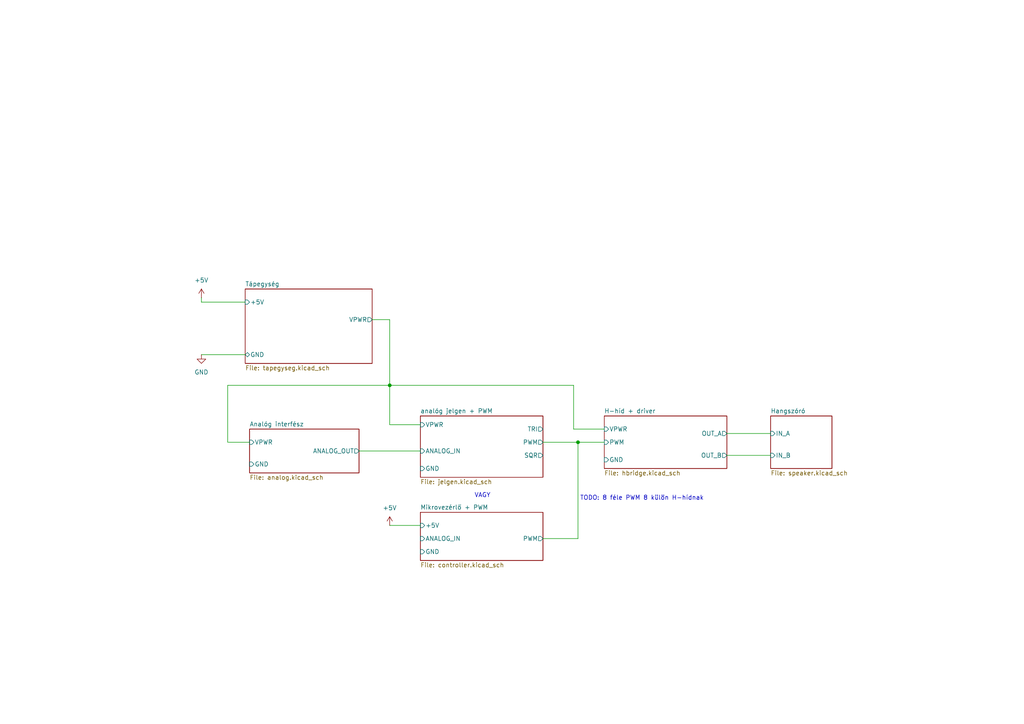
<source format=kicad_sch>
(kicad_sch (version 20250114) (generator "eeschema") (generator_version "9.0")
  (paper "A4")
  (lib_symbols
    (symbol "power:+5V" (power) (pin_numbers (hide yes)) (pin_names (offset 0) (hide yes))
      (property "Value" "+5V" (at 0 3.556 0))
      (symbol "+5V_0_1"
        (polyline (pts (xy -0.762 1.27) (xy 0 2.54)))
        (polyline (pts (xy 0 2.54) (xy 0.762 1.27)))
        (polyline (pts (xy 0 0) (xy 0 2.54)))
      )
      (symbol "+5V_1_1"
        (pin power_in line (at 0 0 90) (length 0) (name "~") (number "1"))
      )
    )
    (symbol "power:GND" (power) (pin_numbers (hide yes)) (pin_names (offset 0) (hide yes))
      (property "Value" "GND" (at 0 -3.81 0))
      (symbol "GND_0_1"
        (polyline (pts (xy 0 0) (xy 0 -1.27) (xy 1.27 -1.27) (xy 0 -2.54) (xy -1.27 -1.27) (xy 0 -1.27)))
      )
      (symbol "GND_1_1"
        (pin power_in line (at 0 0 270) (length 0) (name "~") (number "1"))
      )
    )
  )
  (text "VAGY" (at 139.954 143.764 0) (effects (font (size 1.27 1.27))))
  (text "TODO: 8 féle PWM 8 külön H-hídnak" (at 186.182 144.526 0) (effects (font (size 1.27 1.27))))
  (junction (at 113.03 111.76))
  (junction (at 167.64 128.27))
  (wire (pts (xy 66.04 128.27) (xy 72.39 128.27)))
  (wire (pts (xy 66.04 111.76) (xy 66.04 128.27)))
  (wire (pts (xy 210.82 125.73) (xy 223.52 125.73)))
  (wire (pts (xy 167.64 156.21) (xy 167.64 128.27)))
  (wire (pts (xy 166.37 111.76) (xy 166.37 124.46)))
  (wire (pts (xy 58.42 87.63) (xy 58.42 86.36)))
  (wire (pts (xy 157.48 128.27) (xy 167.64 128.27)))
  (wire (pts (xy 167.64 128.27) (xy 175.26 128.27)))
  (wire (pts (xy 157.48 156.21) (xy 167.64 156.21)))
  (wire (pts (xy 113.03 111.76) (xy 66.04 111.76)))
  (wire (pts (xy 113.03 152.4) (xy 121.92 152.4)))
  (wire (pts (xy 113.03 123.19) (xy 121.92 123.19)))
  (wire (pts (xy 71.12 87.63) (xy 58.42 87.63)))
  (wire (pts (xy 113.03 111.76) (xy 166.37 111.76)))
  (wire (pts (xy 113.03 92.71) (xy 113.03 111.76)))
  (wire (pts (xy 107.95 92.71) (xy 113.03 92.71)))
  (wire (pts (xy 113.03 111.76) (xy 113.03 123.19)))
  (wire (pts (xy 166.37 124.46) (xy 175.26 124.46)))
  (wire (pts (xy 210.82 132.08) (xy 223.52 132.08)))
  (wire (pts (xy 104.14 130.81) (xy 121.92 130.81)))
  (wire (pts (xy 58.42 102.87) (xy 71.12 102.87)))
  (symbol (lib_id "power:GND") (at 58.42 102.87 0) (unit 1)
    (property "Reference" "#PWR01" (effects (hide yes)))
    (property "Value" "GND" (at 58.42 107.95 0))
    (property "Description" "Power symbol creates a global label with name \"GND\" , ground" (effects (hide yes)))
  )
  (symbol (lib_id "power:+5V") (at 58.42 86.36 0) (unit 1)
    (property "Reference" "#PWR02" (effects (hide yes)))
    (property "Value" "+5V" (at 58.42 81.28 0))
    (property "Description" "Power symbol creates a global label with name \"+5V\"" (effects (hide yes)))
  )
  (symbol (lib_id "power:+5V") (at 113.03 152.4 0) (unit 1)
    (property "Reference" "#PWR03" (effects (hide yes)))
    (property "Value" "+5V" (at 113.03 147.32 0))
    (property "Description" "Power symbol creates a global label with name \"+5V\"" (effects (hide yes)))
  )
  (sheet (at 121.92 120.65) (size 35.56 17.78) (stroke (width 0.1524))
    (property "Sheetname" "analóg jelgen + PWM" (at 121.92 119.9384 0) (effects (justify left bottom)))
    (property "Sheetfile" "jelgen.kicad_sch" (at 121.92 139.0146 0) (effects (justify left top)))
    (pin "TRI" output (at 157.48 124.46 0))
    (pin "ANALOG_IN" input (at 121.92 130.81 180))
    (pin "PWM" output (at 157.48 128.27 0))
    (pin "GND" input (at 121.92 135.89 180))
    (pin "VPWR" input (at 121.92 123.19 180))
    (pin "SQR" output (at 157.48 132.08 0))
  )
  (sheet (at 223.52 120.65) (size 17.78 15.24) (stroke (width 0.1524))
    (property "Sheetname" "Hangszóró" (at 223.52 119.9384 0) (effects (justify left bottom)))
    (property "Sheetfile" "speaker.kicad_sch" (at 223.52 136.4746 0) (effects (justify left top)))
    (pin "IN_B" input (at 223.52 132.08 180))
    (pin "IN_A" input (at 223.52 125.73 180))
  )
  (sheet (at 72.39 124.46) (size 31.75 12.7) (stroke (width 0.1524))
    (property "Sheetname" "Analóg interfész" (at 72.39 123.7484 0) (effects (justify left bottom)))
    (property "Sheetfile" "analog.kicad_sch" (at 72.39 137.7446 0) (effects (justify left top)))
    (pin "GND" input (at 72.39 134.62 180))
    (pin "ANALOG_OUT" output (at 104.14 130.81 0))
    (pin "VPWR" input (at 72.39 128.27 180))
  )
  (sheet (at 121.92 148.59) (size 35.56 13.97) (stroke (width 0.1524))
    (property "Sheetname" "Mikrovezérlő + PWM" (at 121.92 147.8784 0) (effects (justify left bottom)))
    (property "Sheetfile" "controller.kicad_sch" (at 121.92 163.1446 0) (effects (justify left top)))
    (pin "PWM" output (at 157.48 156.21 0))
    (pin "GND" input (at 121.92 160.02 180))
    (pin "+5V" input (at 121.92 152.4 180))
    (pin "ANALOG_IN" input (at 121.92 156.21 180))
  )
  (sheet (at 175.26 120.65) (size 35.56 15.24) (stroke (width 0.1524))
    (property "Sheetname" "H-híd + driver" (at 175.26 119.9384 0) (effects (justify left bottom)))
    (property "Sheetfile" "hbridge.kicad_sch" (at 175.26 136.4746 0) (effects (justify left top)))
    (pin "VPWR" input (at 175.26 124.46 180))
    (pin "GND" input (at 175.26 133.35 180))
    (pin "PWM" input (at 175.26 128.27 180))
    (pin "OUT_B" output (at 210.82 132.08 0))
    (pin "OUT_A" output (at 210.82 125.73 0))
  )
  (sheet (at 71.12 83.82) (size 36.83 21.59) (stroke (width 0.1524))
    (property "Sheetname" "Tápegység" (at 71.12 83.1084 0) (effects (justify left bottom)))
    (property "Sheetfile" "tapegyseg.kicad_sch" (at 71.12 105.9946 0) (effects (justify left top)))
    (pin "+5V" input (at 71.12 87.63 180))
    (pin "GND" bidirectional (at 71.12 102.87 180))
    (pin "VPWR" output (at 107.95 92.71 0))
  )
)
</source>
